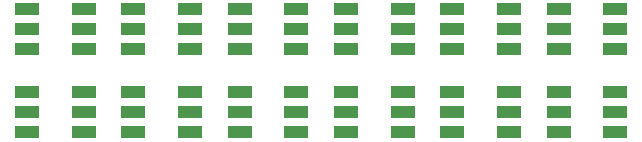
<source format=gbr>
%TF.GenerationSoftware,KiCad,Pcbnew,7.0.11-rc3*%
%TF.CreationDate,2025-03-16T23:28:45+08:00*%
%TF.ProjectId,mainhoop-light,6d61696e-686f-46f7-902d-6c696768742e,rev?*%
%TF.SameCoordinates,Original*%
%TF.FileFunction,Paste,Bot*%
%TF.FilePolarity,Positive*%
%FSLAX46Y46*%
G04 Gerber Fmt 4.6, Leading zero omitted, Abs format (unit mm)*
G04 Created by KiCad (PCBNEW 7.0.11-rc3) date 2025-03-16 23:28:45*
%MOMM*%
%LPD*%
G01*
G04 APERTURE LIST*
%ADD10R,2.000000X1.100000*%
G04 APERTURE END LIST*
D10*
%TO.C,D22*%
X110100000Y-48900000D03*
X110100000Y-47200000D03*
X110100000Y-45500000D03*
X114900000Y-45500000D03*
X114900000Y-47200000D03*
X114900000Y-48900000D03*
%TD*%
%TO.C,D20*%
X101100000Y-48900000D03*
X101100000Y-47200000D03*
X101100000Y-45500000D03*
X105900000Y-45500000D03*
X105900000Y-47200000D03*
X105900000Y-48900000D03*
%TD*%
%TO.C,D7*%
X74100000Y-41900000D03*
X74100000Y-40200000D03*
X74100000Y-38500000D03*
X78900000Y-38500000D03*
X78900000Y-40200000D03*
X78900000Y-41900000D03*
%TD*%
%TO.C,D24*%
X119100000Y-48900000D03*
X119100000Y-47200000D03*
X119100000Y-45500000D03*
X123900000Y-45500000D03*
X123900000Y-47200000D03*
X123900000Y-48900000D03*
%TD*%
%TO.C,D12*%
X119100000Y-41900000D03*
X119100000Y-40200000D03*
X119100000Y-38500000D03*
X123900000Y-38500000D03*
X123900000Y-40200000D03*
X123900000Y-41900000D03*
%TD*%
%TO.C,D18*%
X92100000Y-48900000D03*
X92100000Y-47200000D03*
X92100000Y-45500000D03*
X96900000Y-45500000D03*
X96900000Y-47200000D03*
X96900000Y-48900000D03*
%TD*%
%TO.C,D10*%
X101100000Y-41900000D03*
X101100000Y-40200000D03*
X101100000Y-38500000D03*
X105900000Y-38500000D03*
X105900000Y-40200000D03*
X105900000Y-41900000D03*
%TD*%
%TO.C,D14*%
X74100000Y-48900000D03*
X74100000Y-47200000D03*
X74100000Y-45500000D03*
X78900000Y-45500000D03*
X78900000Y-47200000D03*
X78900000Y-48900000D03*
%TD*%
%TO.C,D11*%
X110100000Y-41900000D03*
X110100000Y-40200000D03*
X110100000Y-38500000D03*
X114900000Y-38500000D03*
X114900000Y-40200000D03*
X114900000Y-41900000D03*
%TD*%
%TO.C,D9*%
X92100000Y-41900000D03*
X92100000Y-40200000D03*
X92100000Y-38500000D03*
X96900000Y-38500000D03*
X96900000Y-40200000D03*
X96900000Y-41900000D03*
%TD*%
%TO.C,D16*%
X83100000Y-48900000D03*
X83100000Y-47200000D03*
X83100000Y-45500000D03*
X87900000Y-45500000D03*
X87900000Y-47200000D03*
X87900000Y-48900000D03*
%TD*%
%TO.C,D8*%
X83100000Y-41900000D03*
X83100000Y-40200000D03*
X83100000Y-38500000D03*
X87900000Y-38500000D03*
X87900000Y-40200000D03*
X87900000Y-41900000D03*
%TD*%
M02*

</source>
